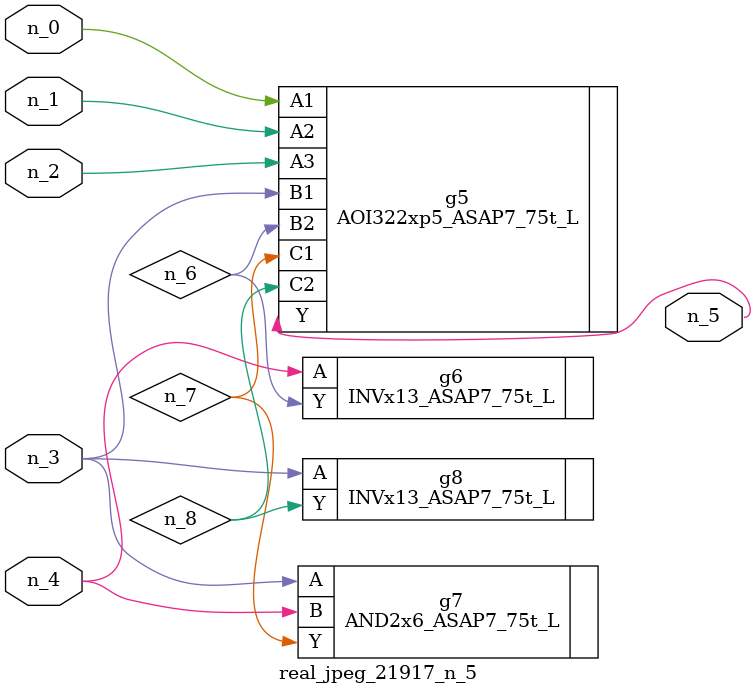
<source format=v>
module real_jpeg_21917_n_5 (n_4, n_0, n_1, n_2, n_3, n_5);

input n_4;
input n_0;
input n_1;
input n_2;
input n_3;

output n_5;

wire n_8;
wire n_6;
wire n_7;

AOI322xp5_ASAP7_75t_L g5 ( 
.A1(n_0),
.A2(n_1),
.A3(n_2),
.B1(n_3),
.B2(n_6),
.C1(n_7),
.C2(n_8),
.Y(n_5)
);

AND2x6_ASAP7_75t_L g7 ( 
.A(n_3),
.B(n_4),
.Y(n_7)
);

INVx13_ASAP7_75t_L g8 ( 
.A(n_3),
.Y(n_8)
);

INVx13_ASAP7_75t_L g6 ( 
.A(n_4),
.Y(n_6)
);


endmodule
</source>
